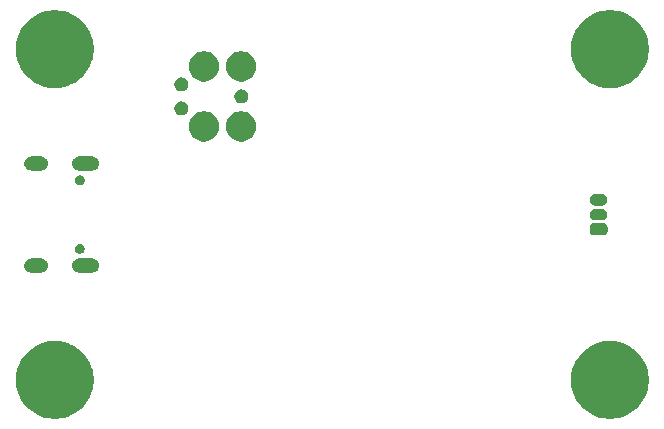
<source format=gbr>
%TF.GenerationSoftware,KiCad,Pcbnew,9.0.6*%
%TF.CreationDate,2025-12-11T07:51:36+01:00*%
%TF.ProjectId,ch32-baseboard-kicad,63683332-2d62-4617-9365-626f6172642d,rev?*%
%TF.SameCoordinates,PX5b8d800PY8954400*%
%TF.FileFunction,Soldermask,Bot*%
%TF.FilePolarity,Negative*%
%FSLAX46Y46*%
G04 Gerber Fmt 4.6, Leading zero omitted, Abs format (unit mm)*
G04 Created by KiCad (PCBNEW 9.0.6) date 2025-12-11 07:51:36*
%MOMM*%
%LPD*%
G01*
G04 APERTURE LIST*
G04 APERTURE END LIST*
G36*
X4484211Y8264282D02*
G01*
X4801835Y8201103D01*
X5111737Y8107095D01*
X5410932Y7983165D01*
X5696539Y7830504D01*
X5965808Y7650585D01*
X6216145Y7445139D01*
X6445139Y7216145D01*
X6650585Y6965808D01*
X6830504Y6696539D01*
X6983165Y6410932D01*
X7107095Y6111737D01*
X7201103Y5801835D01*
X7264282Y5484211D01*
X7296025Y5161923D01*
X7296025Y4838077D01*
X7264282Y4515789D01*
X7201103Y4198165D01*
X7107095Y3888263D01*
X6983165Y3589068D01*
X6830504Y3303461D01*
X6650585Y3034192D01*
X6445139Y2783855D01*
X6216145Y2554861D01*
X5965808Y2349415D01*
X5696539Y2169496D01*
X5410932Y2016835D01*
X5111737Y1892905D01*
X4801835Y1798897D01*
X4484211Y1735718D01*
X4161923Y1703975D01*
X3838077Y1703975D01*
X3515789Y1735718D01*
X3198165Y1798897D01*
X2888263Y1892905D01*
X2589068Y2016835D01*
X2303461Y2169496D01*
X2034192Y2349415D01*
X1783855Y2554861D01*
X1554861Y2783855D01*
X1349415Y3034192D01*
X1169496Y3303461D01*
X1016835Y3589068D01*
X892905Y3888263D01*
X798897Y4198165D01*
X735718Y4515789D01*
X703975Y4838077D01*
X703975Y5161923D01*
X735718Y5484211D01*
X798897Y5801835D01*
X892905Y6111737D01*
X1016835Y6410932D01*
X1169496Y6696539D01*
X1349415Y6965808D01*
X1554861Y7216145D01*
X1783855Y7445139D01*
X2034192Y7650585D01*
X2303461Y7830504D01*
X2589068Y7983165D01*
X2888263Y8107095D01*
X3198165Y8201103D01*
X3515789Y8264282D01*
X3838077Y8296025D01*
X4161923Y8296025D01*
X4484211Y8264282D01*
G37*
G36*
X51484211Y8264282D02*
G01*
X51801835Y8201103D01*
X52111737Y8107095D01*
X52410932Y7983165D01*
X52696539Y7830504D01*
X52965808Y7650585D01*
X53216145Y7445139D01*
X53445139Y7216145D01*
X53650585Y6965808D01*
X53830504Y6696539D01*
X53983165Y6410932D01*
X54107095Y6111737D01*
X54201103Y5801835D01*
X54264282Y5484211D01*
X54296025Y5161923D01*
X54296025Y4838077D01*
X54264282Y4515789D01*
X54201103Y4198165D01*
X54107095Y3888263D01*
X53983165Y3589068D01*
X53830504Y3303461D01*
X53650585Y3034192D01*
X53445139Y2783855D01*
X53216145Y2554861D01*
X52965808Y2349415D01*
X52696539Y2169496D01*
X52410932Y2016835D01*
X52111737Y1892905D01*
X51801835Y1798897D01*
X51484211Y1735718D01*
X51161923Y1703975D01*
X50838077Y1703975D01*
X50515789Y1735718D01*
X50198165Y1798897D01*
X49888263Y1892905D01*
X49589068Y2016835D01*
X49303461Y2169496D01*
X49034192Y2349415D01*
X48783855Y2554861D01*
X48554861Y2783855D01*
X48349415Y3034192D01*
X48169496Y3303461D01*
X48016835Y3589068D01*
X47892905Y3888263D01*
X47798897Y4198165D01*
X47735718Y4515789D01*
X47703975Y4838077D01*
X47703975Y5161923D01*
X47735718Y5484211D01*
X47798897Y5801835D01*
X47892905Y6111737D01*
X48016835Y6410932D01*
X48169496Y6696539D01*
X48349415Y6965808D01*
X48554861Y7216145D01*
X48783855Y7445139D01*
X49034192Y7650585D01*
X49303461Y7830504D01*
X49589068Y7983165D01*
X49888263Y8107095D01*
X50198165Y8201103D01*
X50515789Y8264282D01*
X50838077Y8296025D01*
X51161923Y8296025D01*
X51484211Y8264282D01*
G37*
G36*
X2828686Y15279759D02*
G01*
X2882577Y15277111D01*
X2889210Y15275792D01*
X2903316Y15274867D01*
X2930562Y15267567D01*
X2999099Y15253934D01*
X3031448Y15240535D01*
X3054610Y15234328D01*
X3075377Y15222338D01*
X3107722Y15208940D01*
X3165816Y15170123D01*
X3190257Y15156012D01*
X3196946Y15149323D01*
X3205481Y15143620D01*
X3288619Y15060482D01*
X3294321Y15051948D01*
X3301012Y15045257D01*
X3315124Y15020814D01*
X3353939Y14962723D01*
X3367335Y14930382D01*
X3379328Y14909610D01*
X3385535Y14886445D01*
X3398933Y14854100D01*
X3412565Y14785567D01*
X3419867Y14758316D01*
X3419867Y14748859D01*
X3421870Y14738789D01*
X3421870Y14621212D01*
X3419867Y14611143D01*
X3419867Y14601684D01*
X3412564Y14574431D01*
X3398933Y14505901D01*
X3385535Y14473559D01*
X3379328Y14450390D01*
X3367334Y14429617D01*
X3353939Y14397278D01*
X3315128Y14339195D01*
X3301012Y14314743D01*
X3294319Y14308051D01*
X3288619Y14299519D01*
X3205481Y14216381D01*
X3196949Y14210681D01*
X3190257Y14203988D01*
X3165805Y14189872D01*
X3107722Y14151061D01*
X3075383Y14137666D01*
X3054610Y14125672D01*
X3031441Y14119465D01*
X2999099Y14106067D01*
X2930576Y14092438D01*
X2903316Y14085133D01*
X2889203Y14084209D01*
X2882577Y14082890D01*
X2828691Y14080242D01*
X2825000Y14080000D01*
X2823768Y14080000D01*
X2026232Y14080000D01*
X2025000Y14080000D01*
X2021308Y14080242D01*
X1967422Y14082890D01*
X1960795Y14084209D01*
X1946684Y14085133D01*
X1919426Y14092437D01*
X1850900Y14106067D01*
X1818555Y14119465D01*
X1795390Y14125672D01*
X1774618Y14137665D01*
X1742277Y14151061D01*
X1684186Y14189876D01*
X1659743Y14203988D01*
X1653052Y14210679D01*
X1644518Y14216381D01*
X1561380Y14299519D01*
X1555677Y14308054D01*
X1548988Y14314743D01*
X1534877Y14339184D01*
X1496060Y14397278D01*
X1482662Y14429623D01*
X1470672Y14450390D01*
X1464465Y14473552D01*
X1451066Y14505901D01*
X1437433Y14574437D01*
X1430133Y14601684D01*
X1430133Y14611142D01*
X1428130Y14621212D01*
X1428130Y14738789D01*
X1430133Y14748860D01*
X1430133Y14758316D01*
X1437433Y14785561D01*
X1451066Y14854100D01*
X1464466Y14886452D01*
X1470672Y14909610D01*
X1482660Y14930376D01*
X1496060Y14962723D01*
X1534881Y15020825D01*
X1548988Y15045257D01*
X1555675Y15051945D01*
X1561380Y15060482D01*
X1644518Y15143620D01*
X1653055Y15149325D01*
X1659743Y15156012D01*
X1684175Y15170119D01*
X1742277Y15208940D01*
X1774624Y15222340D01*
X1795390Y15234328D01*
X1818548Y15240534D01*
X1850900Y15253934D01*
X1919440Y15267568D01*
X1946684Y15274867D01*
X1960787Y15275792D01*
X1967422Y15277111D01*
X2021313Y15279759D01*
X2025000Y15280000D01*
X2825000Y15280000D01*
X2828686Y15279759D01*
G37*
G36*
X7158686Y15279759D02*
G01*
X7212577Y15277111D01*
X7219210Y15275792D01*
X7233316Y15274867D01*
X7260562Y15267567D01*
X7329099Y15253934D01*
X7361448Y15240535D01*
X7384610Y15234328D01*
X7405377Y15222338D01*
X7437722Y15208940D01*
X7495816Y15170123D01*
X7520257Y15156012D01*
X7526946Y15149323D01*
X7535481Y15143620D01*
X7618619Y15060482D01*
X7624321Y15051948D01*
X7631012Y15045257D01*
X7645124Y15020814D01*
X7683939Y14962723D01*
X7697335Y14930382D01*
X7709328Y14909610D01*
X7715535Y14886445D01*
X7728933Y14854100D01*
X7742565Y14785567D01*
X7749867Y14758316D01*
X7749867Y14748859D01*
X7751870Y14738789D01*
X7751870Y14621212D01*
X7749867Y14611143D01*
X7749867Y14601684D01*
X7742564Y14574431D01*
X7728933Y14505901D01*
X7715535Y14473559D01*
X7709328Y14450390D01*
X7697334Y14429617D01*
X7683939Y14397278D01*
X7645128Y14339195D01*
X7631012Y14314743D01*
X7624319Y14308051D01*
X7618619Y14299519D01*
X7535481Y14216381D01*
X7526949Y14210681D01*
X7520257Y14203988D01*
X7495805Y14189872D01*
X7437722Y14151061D01*
X7405383Y14137666D01*
X7384610Y14125672D01*
X7361441Y14119465D01*
X7329099Y14106067D01*
X7260576Y14092438D01*
X7233316Y14085133D01*
X7219203Y14084209D01*
X7212577Y14082890D01*
X7158691Y14080242D01*
X7155000Y14080000D01*
X7153768Y14080000D01*
X6056232Y14080000D01*
X6055000Y14080000D01*
X6051308Y14080242D01*
X5997422Y14082890D01*
X5990795Y14084209D01*
X5976684Y14085133D01*
X5949426Y14092437D01*
X5880900Y14106067D01*
X5848555Y14119465D01*
X5825390Y14125672D01*
X5804618Y14137665D01*
X5772277Y14151061D01*
X5714186Y14189876D01*
X5689743Y14203988D01*
X5683052Y14210679D01*
X5674518Y14216381D01*
X5591380Y14299519D01*
X5585677Y14308054D01*
X5578988Y14314743D01*
X5564877Y14339184D01*
X5526060Y14397278D01*
X5512662Y14429623D01*
X5500672Y14450390D01*
X5494465Y14473552D01*
X5481066Y14505901D01*
X5467433Y14574437D01*
X5460133Y14601684D01*
X5460133Y14611142D01*
X5458130Y14621212D01*
X5458130Y14738789D01*
X5460133Y14748860D01*
X5460133Y14758316D01*
X5467433Y14785561D01*
X5481066Y14854100D01*
X5494466Y14886452D01*
X5500672Y14909610D01*
X5512660Y14930376D01*
X5526060Y14962723D01*
X5564881Y15020825D01*
X5578988Y15045257D01*
X5585675Y15051945D01*
X5591380Y15060482D01*
X5674518Y15143620D01*
X5683055Y15149325D01*
X5689743Y15156012D01*
X5714175Y15170119D01*
X5772277Y15208940D01*
X5804624Y15222340D01*
X5825390Y15234328D01*
X5848548Y15240534D01*
X5880900Y15253934D01*
X5949440Y15267568D01*
X5976684Y15274867D01*
X5990787Y15275792D01*
X5997422Y15277111D01*
X6051313Y15279759D01*
X6055000Y15280000D01*
X7155000Y15280000D01*
X7158686Y15279759D01*
G37*
G36*
X6267640Y16502649D02*
G01*
X6363724Y16447175D01*
X6442175Y16368724D01*
X6497649Y16272640D01*
X6526364Y16165474D01*
X6526364Y16054526D01*
X6497649Y15947360D01*
X6442175Y15851276D01*
X6363724Y15772825D01*
X6267640Y15717351D01*
X6160474Y15688636D01*
X6049526Y15688636D01*
X5942360Y15717351D01*
X5846276Y15772825D01*
X5767825Y15851276D01*
X5712351Y15947360D01*
X5683636Y16054526D01*
X5683636Y16165474D01*
X5712351Y16272640D01*
X5767825Y16368724D01*
X5846276Y16447175D01*
X5942360Y16502649D01*
X6049526Y16531364D01*
X6160474Y16531364D01*
X6267640Y16502649D01*
G37*
G36*
X50568685Y18242031D02*
G01*
X50577358Y18238202D01*
X50584925Y18237099D01*
X50632223Y18213977D01*
X50669541Y18197499D01*
X50672996Y18194044D01*
X50673920Y18193592D01*
X50743591Y18123921D01*
X50744042Y18122998D01*
X50747499Y18119541D01*
X50763978Y18082218D01*
X50787098Y18034927D01*
X50788200Y18027361D01*
X50792031Y18018685D01*
X50800000Y17950000D01*
X50800000Y17550000D01*
X50792031Y17481315D01*
X50788199Y17472639D01*
X50787098Y17465075D01*
X50763985Y17417798D01*
X50747499Y17380459D01*
X50744041Y17377002D01*
X50743591Y17376080D01*
X50673920Y17306409D01*
X50672998Y17305959D01*
X50669541Y17302501D01*
X50632207Y17286017D01*
X50584926Y17262902D01*
X50577361Y17261800D01*
X50568685Y17257969D01*
X50500000Y17250000D01*
X49600000Y17250000D01*
X49531315Y17257969D01*
X49522638Y17261800D01*
X49515074Y17262902D01*
X49467787Y17286019D01*
X49430459Y17302501D01*
X49427002Y17305958D01*
X49426079Y17306409D01*
X49356408Y17376080D01*
X49355956Y17377004D01*
X49352501Y17380459D01*
X49336025Y17417772D01*
X49312901Y17465074D01*
X49311798Y17472643D01*
X49307969Y17481315D01*
X49300000Y17550000D01*
X49300000Y17950000D01*
X49307969Y18018685D01*
X49311798Y18027358D01*
X49312901Y18034926D01*
X49336028Y18082234D01*
X49352501Y18119541D01*
X49355955Y18122996D01*
X49356408Y18123921D01*
X49426079Y18193592D01*
X49427004Y18194045D01*
X49430459Y18197499D01*
X49467761Y18213970D01*
X49515073Y18237099D01*
X49522642Y18238202D01*
X49531315Y18242031D01*
X49600000Y18250000D01*
X50500000Y18250000D01*
X50568685Y18242031D01*
G37*
G36*
X50365263Y19495722D02*
G01*
X50491342Y19461940D01*
X50604381Y19396677D01*
X50696677Y19304381D01*
X50761940Y19191342D01*
X50795722Y19065263D01*
X50795722Y18934737D01*
X50761940Y18808658D01*
X50696677Y18695619D01*
X50604381Y18603323D01*
X50491342Y18538060D01*
X50365263Y18504278D01*
X50300000Y18500000D01*
X50298363Y18500000D01*
X49801637Y18500000D01*
X49800000Y18500000D01*
X49734737Y18504278D01*
X49608658Y18538060D01*
X49495619Y18603323D01*
X49403323Y18695619D01*
X49338060Y18808658D01*
X49304278Y18934737D01*
X49304278Y19065263D01*
X49338060Y19191342D01*
X49403323Y19304381D01*
X49495619Y19396677D01*
X49608658Y19461940D01*
X49734737Y19495722D01*
X49800000Y19500000D01*
X50300000Y19500000D01*
X50365263Y19495722D01*
G37*
G36*
X50365263Y20745722D02*
G01*
X50491342Y20711940D01*
X50604381Y20646677D01*
X50696677Y20554381D01*
X50761940Y20441342D01*
X50795722Y20315263D01*
X50795722Y20184737D01*
X50761940Y20058658D01*
X50696677Y19945619D01*
X50604381Y19853323D01*
X50491342Y19788060D01*
X50365263Y19754278D01*
X50300000Y19750000D01*
X50298363Y19750000D01*
X49801637Y19750000D01*
X49800000Y19750000D01*
X49734737Y19754278D01*
X49608658Y19788060D01*
X49495619Y19853323D01*
X49403323Y19945619D01*
X49338060Y20058658D01*
X49304278Y20184737D01*
X49304278Y20315263D01*
X49338060Y20441342D01*
X49403323Y20554381D01*
X49495619Y20646677D01*
X49608658Y20711940D01*
X49734737Y20745722D01*
X49800000Y20750000D01*
X50300000Y20750000D01*
X50365263Y20745722D01*
G37*
G36*
X6267640Y22282649D02*
G01*
X6363724Y22227175D01*
X6442175Y22148724D01*
X6497649Y22052640D01*
X6526364Y21945474D01*
X6526364Y21834526D01*
X6497649Y21727360D01*
X6442175Y21631276D01*
X6363724Y21552825D01*
X6267640Y21497351D01*
X6160474Y21468636D01*
X6049526Y21468636D01*
X5942360Y21497351D01*
X5846276Y21552825D01*
X5767825Y21631276D01*
X5712351Y21727360D01*
X5683636Y21834526D01*
X5683636Y21945474D01*
X5712351Y22052640D01*
X5767825Y22148724D01*
X5846276Y22227175D01*
X5942360Y22282649D01*
X6049526Y22311364D01*
X6160474Y22311364D01*
X6267640Y22282649D01*
G37*
G36*
X2828686Y23919759D02*
G01*
X2882577Y23917111D01*
X2889210Y23915792D01*
X2903316Y23914867D01*
X2930562Y23907567D01*
X2999099Y23893934D01*
X3031448Y23880535D01*
X3054610Y23874328D01*
X3075377Y23862338D01*
X3107722Y23848940D01*
X3165816Y23810123D01*
X3190257Y23796012D01*
X3196946Y23789323D01*
X3205481Y23783620D01*
X3288619Y23700482D01*
X3294321Y23691948D01*
X3301012Y23685257D01*
X3315124Y23660814D01*
X3353939Y23602723D01*
X3367335Y23570382D01*
X3379328Y23549610D01*
X3385535Y23526445D01*
X3398933Y23494100D01*
X3412565Y23425567D01*
X3419867Y23398316D01*
X3419867Y23388859D01*
X3421870Y23378789D01*
X3421870Y23261212D01*
X3419867Y23251143D01*
X3419867Y23241684D01*
X3412564Y23214431D01*
X3398933Y23145901D01*
X3385535Y23113559D01*
X3379328Y23090390D01*
X3367334Y23069617D01*
X3353939Y23037278D01*
X3315128Y22979195D01*
X3301012Y22954743D01*
X3294319Y22948051D01*
X3288619Y22939519D01*
X3205481Y22856381D01*
X3196949Y22850681D01*
X3190257Y22843988D01*
X3165805Y22829872D01*
X3107722Y22791061D01*
X3075383Y22777666D01*
X3054610Y22765672D01*
X3031441Y22759465D01*
X2999099Y22746067D01*
X2930576Y22732438D01*
X2903316Y22725133D01*
X2889203Y22724209D01*
X2882577Y22722890D01*
X2828691Y22720242D01*
X2825000Y22720000D01*
X2823768Y22720000D01*
X2026232Y22720000D01*
X2025000Y22720000D01*
X2021308Y22720242D01*
X1967422Y22722890D01*
X1960795Y22724209D01*
X1946684Y22725133D01*
X1919426Y22732437D01*
X1850900Y22746067D01*
X1818555Y22759465D01*
X1795390Y22765672D01*
X1774618Y22777665D01*
X1742277Y22791061D01*
X1684186Y22829876D01*
X1659743Y22843988D01*
X1653052Y22850679D01*
X1644518Y22856381D01*
X1561380Y22939519D01*
X1555677Y22948054D01*
X1548988Y22954743D01*
X1534877Y22979184D01*
X1496060Y23037278D01*
X1482662Y23069623D01*
X1470672Y23090390D01*
X1464465Y23113552D01*
X1451066Y23145901D01*
X1437433Y23214437D01*
X1430133Y23241684D01*
X1430133Y23251142D01*
X1428130Y23261212D01*
X1428130Y23378789D01*
X1430133Y23388860D01*
X1430133Y23398316D01*
X1437433Y23425561D01*
X1451066Y23494100D01*
X1464466Y23526452D01*
X1470672Y23549610D01*
X1482660Y23570376D01*
X1496060Y23602723D01*
X1534881Y23660825D01*
X1548988Y23685257D01*
X1555675Y23691945D01*
X1561380Y23700482D01*
X1644518Y23783620D01*
X1653055Y23789325D01*
X1659743Y23796012D01*
X1684175Y23810119D01*
X1742277Y23848940D01*
X1774624Y23862340D01*
X1795390Y23874328D01*
X1818548Y23880534D01*
X1850900Y23893934D01*
X1919440Y23907568D01*
X1946684Y23914867D01*
X1960787Y23915792D01*
X1967422Y23917111D01*
X2021313Y23919759D01*
X2025000Y23920000D01*
X2825000Y23920000D01*
X2828686Y23919759D01*
G37*
G36*
X7158686Y23919759D02*
G01*
X7212577Y23917111D01*
X7219210Y23915792D01*
X7233316Y23914867D01*
X7260562Y23907567D01*
X7329099Y23893934D01*
X7361448Y23880535D01*
X7384610Y23874328D01*
X7405377Y23862338D01*
X7437722Y23848940D01*
X7495816Y23810123D01*
X7520257Y23796012D01*
X7526946Y23789323D01*
X7535481Y23783620D01*
X7618619Y23700482D01*
X7624321Y23691948D01*
X7631012Y23685257D01*
X7645124Y23660814D01*
X7683939Y23602723D01*
X7697335Y23570382D01*
X7709328Y23549610D01*
X7715535Y23526445D01*
X7728933Y23494100D01*
X7742565Y23425567D01*
X7749867Y23398316D01*
X7749867Y23388859D01*
X7751870Y23378789D01*
X7751870Y23261212D01*
X7749867Y23251143D01*
X7749867Y23241684D01*
X7742564Y23214431D01*
X7728933Y23145901D01*
X7715535Y23113559D01*
X7709328Y23090390D01*
X7697334Y23069617D01*
X7683939Y23037278D01*
X7645128Y22979195D01*
X7631012Y22954743D01*
X7624319Y22948051D01*
X7618619Y22939519D01*
X7535481Y22856381D01*
X7526949Y22850681D01*
X7520257Y22843988D01*
X7495805Y22829872D01*
X7437722Y22791061D01*
X7405383Y22777666D01*
X7384610Y22765672D01*
X7361441Y22759465D01*
X7329099Y22746067D01*
X7260576Y22732438D01*
X7233316Y22725133D01*
X7219203Y22724209D01*
X7212577Y22722890D01*
X7158691Y22720242D01*
X7155000Y22720000D01*
X7153768Y22720000D01*
X6056232Y22720000D01*
X6055000Y22720000D01*
X6051308Y22720242D01*
X5997422Y22722890D01*
X5990795Y22724209D01*
X5976684Y22725133D01*
X5949426Y22732437D01*
X5880900Y22746067D01*
X5848555Y22759465D01*
X5825390Y22765672D01*
X5804618Y22777665D01*
X5772277Y22791061D01*
X5714186Y22829876D01*
X5689743Y22843988D01*
X5683052Y22850679D01*
X5674518Y22856381D01*
X5591380Y22939519D01*
X5585677Y22948054D01*
X5578988Y22954743D01*
X5564877Y22979184D01*
X5526060Y23037278D01*
X5512662Y23069623D01*
X5500672Y23090390D01*
X5494465Y23113552D01*
X5481066Y23145901D01*
X5467433Y23214437D01*
X5460133Y23241684D01*
X5460133Y23251142D01*
X5458130Y23261212D01*
X5458130Y23378789D01*
X5460133Y23388860D01*
X5460133Y23398316D01*
X5467433Y23425561D01*
X5481066Y23494100D01*
X5494466Y23526452D01*
X5500672Y23549610D01*
X5512660Y23570376D01*
X5526060Y23602723D01*
X5564881Y23660825D01*
X5578988Y23685257D01*
X5585675Y23691945D01*
X5591380Y23700482D01*
X5674518Y23783620D01*
X5683055Y23789325D01*
X5689743Y23796012D01*
X5714175Y23810119D01*
X5772277Y23848940D01*
X5804624Y23862340D01*
X5825390Y23874328D01*
X5848548Y23880534D01*
X5880900Y23893934D01*
X5949440Y23907568D01*
X5976684Y23914867D01*
X5990787Y23915792D01*
X5997422Y23917111D01*
X6051313Y23919759D01*
X6055000Y23920000D01*
X7155000Y23920000D01*
X7158686Y23919759D01*
G37*
G36*
X16915549Y27711878D02*
G01*
X17107686Y27649449D01*
X17287691Y27557732D01*
X17451132Y27438985D01*
X17593985Y27296132D01*
X17712732Y27132691D01*
X17804449Y26952686D01*
X17866878Y26760549D01*
X17898481Y26561012D01*
X17898481Y26358988D01*
X17866878Y26159451D01*
X17804449Y25967314D01*
X17712732Y25787309D01*
X17593985Y25623868D01*
X17451132Y25481015D01*
X17287691Y25362268D01*
X17107686Y25270551D01*
X16915549Y25208122D01*
X16716012Y25176519D01*
X16513988Y25176519D01*
X16314451Y25208122D01*
X16122314Y25270551D01*
X15942309Y25362268D01*
X15778868Y25481015D01*
X15636015Y25623868D01*
X15517268Y25787309D01*
X15425551Y25967314D01*
X15363122Y26159451D01*
X15331519Y26358988D01*
X15331519Y26561012D01*
X15363122Y26760549D01*
X15425551Y26952686D01*
X15517268Y27132691D01*
X15636015Y27296132D01*
X15778868Y27438985D01*
X15942309Y27557732D01*
X16122314Y27649449D01*
X16314451Y27711878D01*
X16513988Y27743481D01*
X16716012Y27743481D01*
X16915549Y27711878D01*
G37*
G36*
X20090549Y27711878D02*
G01*
X20282686Y27649449D01*
X20462691Y27557732D01*
X20626132Y27438985D01*
X20768985Y27296132D01*
X20887732Y27132691D01*
X20979449Y26952686D01*
X21041878Y26760549D01*
X21073481Y26561012D01*
X21073481Y26358988D01*
X21041878Y26159451D01*
X20979449Y25967314D01*
X20887732Y25787309D01*
X20768985Y25623868D01*
X20626132Y25481015D01*
X20462691Y25362268D01*
X20282686Y25270551D01*
X20090549Y25208122D01*
X19891012Y25176519D01*
X19688988Y25176519D01*
X19489451Y25208122D01*
X19297314Y25270551D01*
X19117309Y25362268D01*
X18953868Y25481015D01*
X18811015Y25623868D01*
X18692268Y25787309D01*
X18600551Y25967314D01*
X18538122Y26159451D01*
X18506519Y26358988D01*
X18506519Y26561012D01*
X18538122Y26760549D01*
X18600551Y26952686D01*
X18692268Y27132691D01*
X18811015Y27296132D01*
X18953868Y27438985D01*
X19117309Y27557732D01*
X19297314Y27649449D01*
X19489451Y27711878D01*
X19688988Y27743481D01*
X19891012Y27743481D01*
X20090549Y27711878D01*
G37*
G36*
X14778312Y28574207D02*
G01*
X14787702Y28574207D01*
X14814752Y28566959D01*
X14882734Y28553437D01*
X14914827Y28540144D01*
X14937811Y28533985D01*
X14958417Y28522088D01*
X14990507Y28508796D01*
X15048130Y28470293D01*
X15072396Y28456283D01*
X15079039Y28449640D01*
X15087499Y28443987D01*
X15169986Y28361500D01*
X15175638Y28353041D01*
X15182283Y28346396D01*
X15196294Y28322128D01*
X15234795Y28264508D01*
X15248085Y28232422D01*
X15259985Y28211811D01*
X15266144Y28188824D01*
X15279436Y28156735D01*
X15292958Y28088756D01*
X15300207Y28061702D01*
X15300207Y28052313D01*
X15302193Y28042328D01*
X15302193Y27925673D01*
X15300207Y27915689D01*
X15300207Y27906298D01*
X15292957Y27879242D01*
X15279436Y27811266D01*
X15266145Y27779180D01*
X15259985Y27756189D01*
X15248084Y27735577D01*
X15234795Y27703493D01*
X15196298Y27645881D01*
X15182283Y27621604D01*
X15175636Y27614958D01*
X15169986Y27606501D01*
X15087499Y27524014D01*
X15079042Y27518364D01*
X15072396Y27511717D01*
X15048119Y27497702D01*
X14990507Y27459205D01*
X14958423Y27445916D01*
X14937811Y27434015D01*
X14914820Y27427855D01*
X14882734Y27414564D01*
X14814758Y27401043D01*
X14787702Y27393793D01*
X14778311Y27393793D01*
X14768327Y27391807D01*
X14651673Y27391807D01*
X14641689Y27393793D01*
X14632298Y27393793D01*
X14605243Y27401043D01*
X14537265Y27414564D01*
X14505176Y27427856D01*
X14482189Y27434015D01*
X14461578Y27445915D01*
X14429492Y27459205D01*
X14371872Y27497706D01*
X14347604Y27511717D01*
X14340959Y27518362D01*
X14332500Y27524014D01*
X14250013Y27606501D01*
X14244360Y27614961D01*
X14237717Y27621604D01*
X14223707Y27645870D01*
X14185204Y27703493D01*
X14171912Y27735583D01*
X14160015Y27756189D01*
X14153856Y27779173D01*
X14140563Y27811266D01*
X14127041Y27879248D01*
X14119793Y27906298D01*
X14119793Y27915689D01*
X14117807Y27925673D01*
X14117807Y28042328D01*
X14119793Y28052313D01*
X14119793Y28061702D01*
X14127040Y28088750D01*
X14140563Y28156735D01*
X14153857Y28188831D01*
X14160015Y28211811D01*
X14171910Y28232416D01*
X14185204Y28264508D01*
X14223711Y28322139D01*
X14237717Y28346396D01*
X14244358Y28353038D01*
X14250013Y28361500D01*
X14332500Y28443987D01*
X14340962Y28449642D01*
X14347604Y28456283D01*
X14371861Y28470289D01*
X14429492Y28508796D01*
X14461584Y28522090D01*
X14482189Y28533985D01*
X14505169Y28540143D01*
X14537265Y28553437D01*
X14605248Y28566960D01*
X14632298Y28574207D01*
X14641688Y28574207D01*
X14651673Y28576193D01*
X14768327Y28576193D01*
X14778312Y28574207D01*
G37*
G36*
X19858312Y29590207D02*
G01*
X19867702Y29590207D01*
X19894752Y29582959D01*
X19962734Y29569437D01*
X19994827Y29556144D01*
X20017811Y29549985D01*
X20038417Y29538088D01*
X20070507Y29524796D01*
X20128130Y29486293D01*
X20152396Y29472283D01*
X20159039Y29465640D01*
X20167499Y29459987D01*
X20249986Y29377500D01*
X20255638Y29369041D01*
X20262283Y29362396D01*
X20276294Y29338128D01*
X20314795Y29280508D01*
X20328085Y29248422D01*
X20339985Y29227811D01*
X20346144Y29204824D01*
X20359436Y29172735D01*
X20372958Y29104756D01*
X20380207Y29077702D01*
X20380207Y29068313D01*
X20382193Y29058328D01*
X20382193Y28941673D01*
X20380207Y28931689D01*
X20380207Y28922298D01*
X20372957Y28895242D01*
X20359436Y28827266D01*
X20346145Y28795180D01*
X20339985Y28772189D01*
X20328084Y28751577D01*
X20314795Y28719493D01*
X20276298Y28661881D01*
X20262283Y28637604D01*
X20255636Y28630958D01*
X20249986Y28622501D01*
X20167499Y28540014D01*
X20159042Y28534364D01*
X20152396Y28527717D01*
X20128119Y28513702D01*
X20070507Y28475205D01*
X20038423Y28461916D01*
X20017811Y28450015D01*
X19994820Y28443855D01*
X19962734Y28430564D01*
X19894758Y28417043D01*
X19867702Y28409793D01*
X19858311Y28409793D01*
X19848327Y28407807D01*
X19731673Y28407807D01*
X19721689Y28409793D01*
X19712298Y28409793D01*
X19685243Y28417043D01*
X19617265Y28430564D01*
X19585176Y28443856D01*
X19562189Y28450015D01*
X19541578Y28461915D01*
X19509492Y28475205D01*
X19451872Y28513706D01*
X19427604Y28527717D01*
X19420959Y28534362D01*
X19412500Y28540014D01*
X19330013Y28622501D01*
X19324360Y28630961D01*
X19317717Y28637604D01*
X19303707Y28661870D01*
X19265204Y28719493D01*
X19251912Y28751583D01*
X19240015Y28772189D01*
X19233856Y28795173D01*
X19220563Y28827266D01*
X19207041Y28895248D01*
X19199793Y28922298D01*
X19199793Y28931689D01*
X19197807Y28941673D01*
X19197807Y29058328D01*
X19199793Y29068313D01*
X19199793Y29077702D01*
X19207040Y29104750D01*
X19220563Y29172735D01*
X19233857Y29204831D01*
X19240015Y29227811D01*
X19251910Y29248416D01*
X19265204Y29280508D01*
X19303711Y29338139D01*
X19317717Y29362396D01*
X19324358Y29369038D01*
X19330013Y29377500D01*
X19412500Y29459987D01*
X19420962Y29465642D01*
X19427604Y29472283D01*
X19451861Y29486289D01*
X19509492Y29524796D01*
X19541584Y29538090D01*
X19562189Y29549985D01*
X19585169Y29556143D01*
X19617265Y29569437D01*
X19685248Y29582960D01*
X19712298Y29590207D01*
X19721688Y29590207D01*
X19731673Y29592193D01*
X19848327Y29592193D01*
X19858312Y29590207D01*
G37*
G36*
X14778312Y30606207D02*
G01*
X14787702Y30606207D01*
X14814752Y30598959D01*
X14882734Y30585437D01*
X14914827Y30572144D01*
X14937811Y30565985D01*
X14958417Y30554088D01*
X14990507Y30540796D01*
X15048130Y30502293D01*
X15072396Y30488283D01*
X15079039Y30481640D01*
X15087499Y30475987D01*
X15169986Y30393500D01*
X15175638Y30385041D01*
X15182283Y30378396D01*
X15196294Y30354128D01*
X15234795Y30296508D01*
X15248085Y30264422D01*
X15259985Y30243811D01*
X15266144Y30220824D01*
X15279436Y30188735D01*
X15292958Y30120756D01*
X15300207Y30093702D01*
X15300207Y30084313D01*
X15302193Y30074328D01*
X15302193Y29957673D01*
X15300207Y29947689D01*
X15300207Y29938298D01*
X15292957Y29911242D01*
X15279436Y29843266D01*
X15266145Y29811180D01*
X15259985Y29788189D01*
X15248084Y29767577D01*
X15234795Y29735493D01*
X15196298Y29677881D01*
X15182283Y29653604D01*
X15175636Y29646958D01*
X15169986Y29638501D01*
X15087499Y29556014D01*
X15079042Y29550364D01*
X15072396Y29543717D01*
X15048119Y29529702D01*
X14990507Y29491205D01*
X14958423Y29477916D01*
X14937811Y29466015D01*
X14914820Y29459855D01*
X14882734Y29446564D01*
X14814758Y29433043D01*
X14787702Y29425793D01*
X14778311Y29425793D01*
X14768327Y29423807D01*
X14651673Y29423807D01*
X14641689Y29425793D01*
X14632298Y29425793D01*
X14605243Y29433043D01*
X14537265Y29446564D01*
X14505176Y29459856D01*
X14482189Y29466015D01*
X14461578Y29477915D01*
X14429492Y29491205D01*
X14371872Y29529706D01*
X14347604Y29543717D01*
X14340959Y29550362D01*
X14332500Y29556014D01*
X14250013Y29638501D01*
X14244360Y29646961D01*
X14237717Y29653604D01*
X14223707Y29677870D01*
X14185204Y29735493D01*
X14171912Y29767583D01*
X14160015Y29788189D01*
X14153856Y29811173D01*
X14140563Y29843266D01*
X14127041Y29911248D01*
X14119793Y29938298D01*
X14119793Y29947689D01*
X14117807Y29957673D01*
X14117807Y30074328D01*
X14119793Y30084313D01*
X14119793Y30093702D01*
X14127040Y30120750D01*
X14140563Y30188735D01*
X14153857Y30220831D01*
X14160015Y30243811D01*
X14171910Y30264416D01*
X14185204Y30296508D01*
X14223711Y30354139D01*
X14237717Y30378396D01*
X14244358Y30385038D01*
X14250013Y30393500D01*
X14332500Y30475987D01*
X14340962Y30481642D01*
X14347604Y30488283D01*
X14371861Y30502289D01*
X14429492Y30540796D01*
X14461584Y30554090D01*
X14482189Y30565985D01*
X14505169Y30572143D01*
X14537265Y30585437D01*
X14605248Y30598960D01*
X14632298Y30606207D01*
X14641688Y30606207D01*
X14651673Y30608193D01*
X14768327Y30608193D01*
X14778312Y30606207D01*
G37*
G36*
X4484211Y36264282D02*
G01*
X4801835Y36201103D01*
X5111737Y36107095D01*
X5410932Y35983165D01*
X5696539Y35830504D01*
X5965808Y35650585D01*
X6216145Y35445139D01*
X6445139Y35216145D01*
X6650585Y34965808D01*
X6830504Y34696539D01*
X6983165Y34410932D01*
X7107095Y34111737D01*
X7201103Y33801835D01*
X7264282Y33484211D01*
X7296025Y33161923D01*
X7296025Y32838077D01*
X7264282Y32515789D01*
X7201103Y32198165D01*
X7107095Y31888263D01*
X6983165Y31589068D01*
X6830504Y31303461D01*
X6650585Y31034192D01*
X6445139Y30783855D01*
X6216145Y30554861D01*
X5965808Y30349415D01*
X5696539Y30169496D01*
X5410932Y30016835D01*
X5111737Y29892905D01*
X4801835Y29798897D01*
X4484211Y29735718D01*
X4161923Y29703975D01*
X3838077Y29703975D01*
X3515789Y29735718D01*
X3198165Y29798897D01*
X2888263Y29892905D01*
X2589068Y30016835D01*
X2303461Y30169496D01*
X2034192Y30349415D01*
X1783855Y30554861D01*
X1554861Y30783855D01*
X1349415Y31034192D01*
X1169496Y31303461D01*
X1016835Y31589068D01*
X892905Y31888263D01*
X798897Y32198165D01*
X735718Y32515789D01*
X703975Y32838077D01*
X703975Y33161923D01*
X735718Y33484211D01*
X798897Y33801835D01*
X892905Y34111737D01*
X1016835Y34410932D01*
X1169496Y34696539D01*
X1349415Y34965808D01*
X1554861Y35216145D01*
X1783855Y35445139D01*
X2034192Y35650585D01*
X2303461Y35830504D01*
X2589068Y35983165D01*
X2888263Y36107095D01*
X3198165Y36201103D01*
X3515789Y36264282D01*
X3838077Y36296025D01*
X4161923Y36296025D01*
X4484211Y36264282D01*
G37*
G36*
X51484211Y36264282D02*
G01*
X51801835Y36201103D01*
X52111737Y36107095D01*
X52410932Y35983165D01*
X52696539Y35830504D01*
X52965808Y35650585D01*
X53216145Y35445139D01*
X53445139Y35216145D01*
X53650585Y34965808D01*
X53830504Y34696539D01*
X53983165Y34410932D01*
X54107095Y34111737D01*
X54201103Y33801835D01*
X54264282Y33484211D01*
X54296025Y33161923D01*
X54296025Y32838077D01*
X54264282Y32515789D01*
X54201103Y32198165D01*
X54107095Y31888263D01*
X53983165Y31589068D01*
X53830504Y31303461D01*
X53650585Y31034192D01*
X53445139Y30783855D01*
X53216145Y30554861D01*
X52965808Y30349415D01*
X52696539Y30169496D01*
X52410932Y30016835D01*
X52111737Y29892905D01*
X51801835Y29798897D01*
X51484211Y29735718D01*
X51161923Y29703975D01*
X50838077Y29703975D01*
X50515789Y29735718D01*
X50198165Y29798897D01*
X49888263Y29892905D01*
X49589068Y30016835D01*
X49303461Y30169496D01*
X49034192Y30349415D01*
X48783855Y30554861D01*
X48554861Y30783855D01*
X48349415Y31034192D01*
X48169496Y31303461D01*
X48016835Y31589068D01*
X47892905Y31888263D01*
X47798897Y32198165D01*
X47735718Y32515789D01*
X47703975Y32838077D01*
X47703975Y33161923D01*
X47735718Y33484211D01*
X47798897Y33801835D01*
X47892905Y34111737D01*
X48016835Y34410932D01*
X48169496Y34696539D01*
X48349415Y34965808D01*
X48554861Y35216145D01*
X48783855Y35445139D01*
X49034192Y35650585D01*
X49303461Y35830504D01*
X49589068Y35983165D01*
X49888263Y36107095D01*
X50198165Y36201103D01*
X50515789Y36264282D01*
X50838077Y36296025D01*
X51161923Y36296025D01*
X51484211Y36264282D01*
G37*
G36*
X16915549Y32791878D02*
G01*
X17107686Y32729449D01*
X17287691Y32637732D01*
X17451132Y32518985D01*
X17593985Y32376132D01*
X17712732Y32212691D01*
X17804449Y32032686D01*
X17866878Y31840549D01*
X17898481Y31641012D01*
X17898481Y31438988D01*
X17866878Y31239451D01*
X17804449Y31047314D01*
X17712732Y30867309D01*
X17593985Y30703868D01*
X17451132Y30561015D01*
X17287691Y30442268D01*
X17107686Y30350551D01*
X16915549Y30288122D01*
X16716012Y30256519D01*
X16513988Y30256519D01*
X16314451Y30288122D01*
X16122314Y30350551D01*
X15942309Y30442268D01*
X15778868Y30561015D01*
X15636015Y30703868D01*
X15517268Y30867309D01*
X15425551Y31047314D01*
X15363122Y31239451D01*
X15331519Y31438988D01*
X15331519Y31641012D01*
X15363122Y31840549D01*
X15425551Y32032686D01*
X15517268Y32212691D01*
X15636015Y32376132D01*
X15778868Y32518985D01*
X15942309Y32637732D01*
X16122314Y32729449D01*
X16314451Y32791878D01*
X16513988Y32823481D01*
X16716012Y32823481D01*
X16915549Y32791878D01*
G37*
G36*
X20090549Y32791878D02*
G01*
X20282686Y32729449D01*
X20462691Y32637732D01*
X20626132Y32518985D01*
X20768985Y32376132D01*
X20887732Y32212691D01*
X20979449Y32032686D01*
X21041878Y31840549D01*
X21073481Y31641012D01*
X21073481Y31438988D01*
X21041878Y31239451D01*
X20979449Y31047314D01*
X20887732Y30867309D01*
X20768985Y30703868D01*
X20626132Y30561015D01*
X20462691Y30442268D01*
X20282686Y30350551D01*
X20090549Y30288122D01*
X19891012Y30256519D01*
X19688988Y30256519D01*
X19489451Y30288122D01*
X19297314Y30350551D01*
X19117309Y30442268D01*
X18953868Y30561015D01*
X18811015Y30703868D01*
X18692268Y30867309D01*
X18600551Y31047314D01*
X18538122Y31239451D01*
X18506519Y31438988D01*
X18506519Y31641012D01*
X18538122Y31840549D01*
X18600551Y32032686D01*
X18692268Y32212691D01*
X18811015Y32376132D01*
X18953868Y32518985D01*
X19117309Y32637732D01*
X19297314Y32729449D01*
X19489451Y32791878D01*
X19688988Y32823481D01*
X19891012Y32823481D01*
X20090549Y32791878D01*
G37*
M02*

</source>
